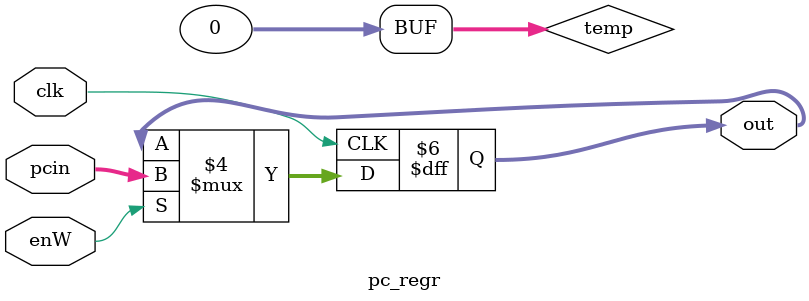
<source format=v>
module pc_regr (out,pcin,clk,enW);
  output reg [31:0] out;
  input clk,enW;
  input [31:0] pcin;
  reg [31:0] temp=32'b0;
  always @ ( posedge clk ) begin
    if(enW) out=pcin;
  end
endmodule

</source>
